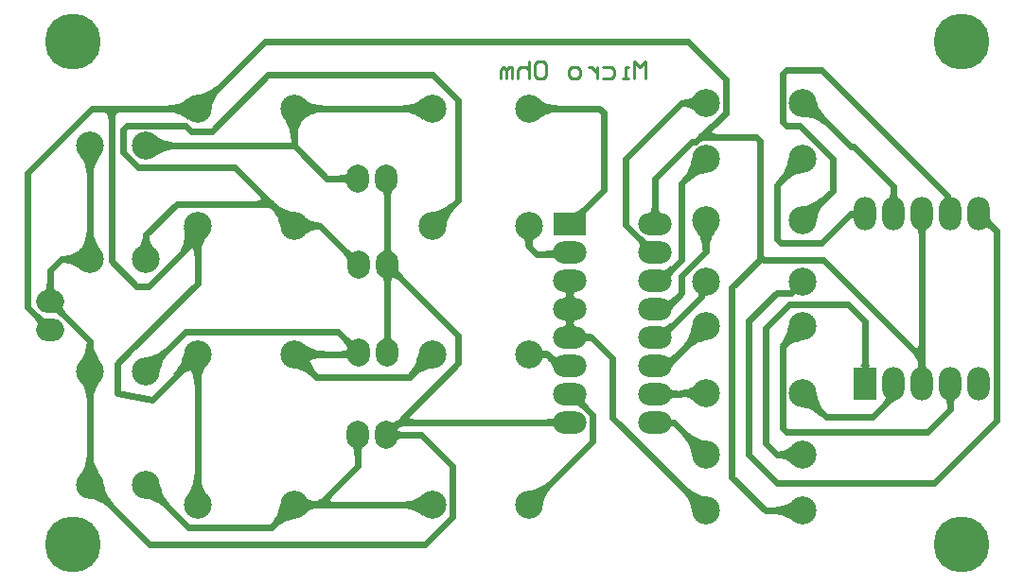
<source format=gbl>
G04*
G04 #@! TF.GenerationSoftware,Altium Limited,Altium Designer,20.1.11 (218)*
G04*
G04 Layer_Physical_Order=2*
G04 Layer_Color=16711680*
%FSLAX44Y44*%
%MOMM*%
G71*
G04*
G04 #@! TF.SameCoordinates,CC4AD4C8-BAAF-44E6-B8BA-EC32C9A33080*
G04*
G04*
G04 #@! TF.FilePolarity,Positive*
G04*
G01*
G75*
%ADD10C,0.6000*%
%ADD11C,0.2540*%
%ADD12C,2.5000*%
%ADD13O,2.0000X2.5000*%
%ADD14O,2.5000X2.0000*%
%ADD15O,2.0000X3.0000*%
%ADD16R,2.0000X3.0000*%
%ADD17O,3.0000X2.0000*%
%ADD18R,3.0000X2.0000*%
%ADD19C,5.0000*%
G36*
X188128Y457066D02*
X186659Y455501D01*
X185319Y453873D01*
X184108Y452183D01*
X183026Y450430D01*
X182073Y448615D01*
X181249Y446737D01*
X180553Y444796D01*
X179987Y442792D01*
X179550Y440726D01*
X179241Y438597D01*
X165417Y452421D01*
X167546Y452729D01*
X169612Y453167D01*
X171616Y453733D01*
X173557Y454429D01*
X175435Y455253D01*
X177250Y456206D01*
X179003Y457288D01*
X180693Y458499D01*
X182321Y459839D01*
X183886Y461308D01*
X188128Y457066D01*
D02*
G37*
G36*
X612026Y437233D02*
X611225Y438139D01*
X610335Y438949D01*
X609356Y439664D01*
X608287Y440284D01*
X607129Y440808D01*
X605882Y441237D01*
X604545Y441571D01*
X603120Y441809D01*
X601604Y441952D01*
X600000Y442000D01*
Y448000D01*
X601604Y448047D01*
X603120Y448190D01*
X604545Y448429D01*
X605882Y448763D01*
X607129Y449192D01*
X608287Y449716D01*
X609356Y450336D01*
X610335Y451051D01*
X611225Y451861D01*
X612026Y452767D01*
Y437233D01*
D02*
G37*
G36*
X99000Y437000D02*
X97860Y436940D01*
X96840Y436760D01*
X95940Y436460D01*
X95160Y436040D01*
X94500Y435500D01*
X93960Y434840D01*
X93540Y434060D01*
X93240Y433160D01*
X93060Y432140D01*
X93000Y431000D01*
X87000D01*
X86940Y432140D01*
X86760Y433160D01*
X86460Y434060D01*
X86040Y434840D01*
X85500Y435500D01*
X84840Y436040D01*
X84060Y436460D01*
X83160Y436760D01*
X82140Y436940D01*
X81000Y437000D01*
X90000Y443000D01*
X99000Y437000D01*
D02*
G37*
G36*
X472694Y448488D02*
X474465Y447336D01*
X476282Y446320D01*
X478146Y445439D01*
X480057Y444694D01*
X482015Y444084D01*
X484020Y443610D01*
X486071Y443271D01*
X488169Y443068D01*
X490315Y443000D01*
X490315Y437000D01*
X488170Y436932D01*
X486071Y436729D01*
X484020Y436390D01*
X482015Y435916D01*
X480057Y435306D01*
X478146Y434561D01*
X476282Y433680D01*
X474465Y432664D01*
X472695Y431512D01*
X470971Y430225D01*
X470971Y449775D01*
X472694Y448488D01*
D02*
G37*
G36*
X369029Y430225D02*
X367305Y431512D01*
X365535Y432664D01*
X363718Y433680D01*
X361854Y434561D01*
X359943Y435306D01*
X357985Y435916D01*
X355980Y436390D01*
X353929Y436729D01*
X351830Y436932D01*
X349685Y437000D01*
X349685Y443000D01*
X351831Y443068D01*
X353929Y443271D01*
X355980Y443610D01*
X357985Y444084D01*
X359943Y444694D01*
X361854Y445439D01*
X363718Y446320D01*
X365535Y447336D01*
X367306Y448488D01*
X369029Y449775D01*
X369029Y430225D01*
D02*
G37*
G36*
X159029D02*
X157305Y431512D01*
X155535Y432664D01*
X153718Y433680D01*
X151854Y434561D01*
X149943Y435306D01*
X147985Y435916D01*
X145980Y436390D01*
X143929Y436729D01*
X141831Y436932D01*
X139685Y437000D01*
X139685Y443000D01*
X141831Y443068D01*
X143929Y443271D01*
X145981Y443610D01*
X147985Y444084D01*
X149943Y444694D01*
X151854Y445439D01*
X153718Y446320D01*
X155535Y447336D01*
X157306Y448488D01*
X159029Y449775D01*
X159029Y430225D01*
D02*
G37*
G36*
X720814Y446117D02*
X721395Y444439D01*
X722108Y442758D01*
X722953Y441074D01*
X723930Y439388D01*
X725039Y437699D01*
X727652Y434311D01*
X729156Y432614D01*
X730792Y430913D01*
X727645Y425574D01*
X726210Y426884D01*
X724661Y428056D01*
X722997Y429091D01*
X721218Y429989D01*
X719326Y430750D01*
X717318Y431374D01*
X715196Y431861D01*
X712960Y432211D01*
X710609Y432424D01*
X708144Y432500D01*
X720364Y447791D01*
X720814Y446117D01*
D02*
G37*
G36*
X262694Y448488D02*
X264465Y447336D01*
X266282Y446320D01*
X268146Y445439D01*
X270057Y444694D01*
X272015Y444084D01*
X274020Y443610D01*
X276071Y443271D01*
X278169Y443068D01*
X280315Y443000D01*
X280315Y437000D01*
X278169Y436932D01*
X276071Y436729D01*
X274020Y436390D01*
X272015Y435916D01*
X270057Y435306D01*
X268146Y434561D01*
X266282Y433680D01*
X264465Y432664D01*
X262694Y431512D01*
X262107Y431073D01*
X261668Y430486D01*
X260516Y428715D01*
X259500Y426898D01*
X258619Y425034D01*
X257874Y423123D01*
X257264Y421165D01*
X256790Y419160D01*
X256451Y417109D01*
X256248Y415011D01*
X256180Y412865D01*
X250180Y412865D01*
X250112Y415010D01*
X249909Y417109D01*
X249570Y419160D01*
X249096Y421165D01*
X248486Y423123D01*
X247741Y425034D01*
X246860Y426898D01*
X245844Y428715D01*
X244692Y430486D01*
X243405Y432209D01*
X260971Y432209D01*
X260971Y449775D01*
X262694Y448488D01*
D02*
G37*
G36*
X628358Y421280D02*
X627786Y420592D01*
X627421Y419984D01*
X627266Y419458D01*
X627319Y419012D01*
X627580Y418648D01*
X628050Y418364D01*
X628729Y418162D01*
X629616Y418041D01*
X630712Y418000D01*
X624151Y412000D01*
X622973Y411965D01*
X621839Y411860D01*
X620747Y411685D01*
X619700Y411441D01*
X618696Y411126D01*
X617735Y410742D01*
X616819Y410287D01*
X615945Y409763D01*
X615115Y409168D01*
X614329Y408504D01*
X614962Y417214D01*
X629140Y422049D01*
X628358Y421280D01*
D02*
G37*
G36*
X130324Y415288D02*
X132095Y414136D01*
X133912Y413120D01*
X135776Y412239D01*
X137687Y411494D01*
X139645Y410884D01*
X141650Y410410D01*
X143701Y410071D01*
X145800Y409868D01*
X147945Y409800D01*
X147945Y403800D01*
X145799Y403732D01*
X143701Y403529D01*
X141650Y403190D01*
X139645Y402716D01*
X137687Y402106D01*
X135776Y401361D01*
X133912Y400480D01*
X132095Y399464D01*
X130324Y398312D01*
X128601Y397025D01*
X128601Y416575D01*
X130324Y415288D01*
D02*
G37*
G36*
X79298Y397286D02*
X78146Y395515D01*
X77130Y393698D01*
X76249Y391834D01*
X75504Y389923D01*
X74894Y387965D01*
X74420Y385961D01*
X74081Y383909D01*
X73878Y381811D01*
X73810Y379665D01*
X67810Y379665D01*
X67742Y381810D01*
X67539Y383909D01*
X67200Y385960D01*
X66726Y387965D01*
X66116Y389923D01*
X65371Y391834D01*
X64490Y393698D01*
X63474Y395515D01*
X62322Y397285D01*
X61035Y399009D01*
X80585Y399009D01*
X79298Y397286D01*
D02*
G37*
G36*
X709583Y382579D02*
X707454Y382270D01*
X705388Y381833D01*
X703384Y381267D01*
X701443Y380571D01*
X699565Y379747D01*
X697749Y378794D01*
X695997Y377712D01*
X694306Y376501D01*
X692679Y375160D01*
X691114Y373691D01*
X686871Y377934D01*
X688341Y379499D01*
X689681Y381127D01*
X690892Y382817D01*
X691974Y384570D01*
X692927Y386385D01*
X693751Y388263D01*
X694447Y390204D01*
X695013Y392208D01*
X695451Y394274D01*
X695759Y396403D01*
X709583Y382579D01*
D02*
G37*
G36*
X623223D02*
X621094Y382270D01*
X619028Y381833D01*
X617024Y381267D01*
X615083Y380571D01*
X613205Y379747D01*
X611389Y378794D01*
X609637Y377712D01*
X607946Y376501D01*
X606319Y375160D01*
X604754Y373691D01*
X600512Y377934D01*
X601981Y379499D01*
X603321Y381127D01*
X604532Y382817D01*
X605614Y384570D01*
X606567Y386385D01*
X607391Y388263D01*
X608087Y390204D01*
X608653Y392208D01*
X609090Y394274D01*
X609399Y396403D01*
X623223Y382579D01*
D02*
G37*
G36*
X300883Y371599D02*
X300816Y372167D01*
X300617Y372676D01*
X300285Y373124D01*
X299820Y373513D01*
X299223Y373842D01*
X298492Y374111D01*
X297629Y374321D01*
X296632Y374470D01*
X295503Y374560D01*
X294242Y374590D01*
X294242Y380590D01*
X295503Y380620D01*
X296632Y380709D01*
X297628Y380859D01*
X298492Y381068D01*
X299222Y381338D01*
X299820Y381667D01*
X300285Y382055D01*
X300617Y382504D01*
X300816Y383013D01*
X300883Y383581D01*
X300883Y371599D01*
D02*
G37*
G36*
X342291Y368085D02*
X341785Y367773D01*
X341338Y367316D01*
X340951Y366715D01*
X340624Y365969D01*
X340356Y365078D01*
X340148Y364042D01*
X339999Y362862D01*
X339910Y361537D01*
X339880Y360068D01*
X333880Y359243D01*
X333850Y360677D01*
X333611Y363063D01*
X333402Y364015D01*
X333133Y364805D01*
X332805Y365434D01*
X332417Y365902D01*
X331969Y366210D01*
X331461Y366356D01*
X330894Y366341D01*
X342856Y368252D01*
X342291Y368085D01*
D02*
G37*
G36*
X792630Y365272D02*
X792868Y362853D01*
X793077Y361870D01*
X793345Y361039D01*
X793673Y360359D01*
X794061Y359830D01*
X794508Y359452D01*
X795014Y359225D01*
X795581Y359149D01*
X783619D01*
X784186Y359225D01*
X784692Y359452D01*
X785139Y359830D01*
X785527Y360359D01*
X785855Y361039D01*
X786123Y361870D01*
X786332Y362853D01*
X786481Y363987D01*
X786570Y365272D01*
X786600Y366708D01*
X792600D01*
X792630Y365272D01*
D02*
G37*
G36*
X517656Y350406D02*
X514965Y347351D01*
X514866Y347139D01*
X514868Y347012D01*
X514969Y346970D01*
X501484Y346939D01*
X502329Y346984D01*
X503175Y347113D01*
X504021Y347328D01*
X504868Y347627D01*
X505716Y348012D01*
X506565Y348482D01*
X507415Y349037D01*
X508266Y349677D01*
X509117Y350402D01*
X509969Y351212D01*
X518455D01*
X517656Y350406D01*
D02*
G37*
G36*
X579230Y351853D02*
X579320Y350811D01*
X579470Y349892D01*
X579679Y349095D01*
X579949Y348421D01*
X580279Y347870D01*
X580668Y347441D01*
X581118Y347134D01*
X581628Y346950D01*
X582197Y346889D01*
X570203Y346889D01*
X570772Y346950D01*
X571282Y347134D01*
X571731Y347441D01*
X572121Y347870D01*
X572451Y348421D01*
X572720Y349095D01*
X572930Y349892D01*
X573080Y350811D01*
X573170Y351853D01*
X573200Y353018D01*
X579200D01*
X579230Y351853D01*
D02*
G37*
G36*
X754213Y341348D02*
X754173Y341522D01*
X754055Y341678D01*
X753857Y341816D01*
X753581Y341935D01*
X753226Y342036D01*
X752792Y342118D01*
X752278Y342183D01*
X751015Y342256D01*
X750265Y342265D01*
Y348265D01*
X751015Y348274D01*
X752792Y348412D01*
X753226Y348494D01*
X753581Y348595D01*
X753857Y348714D01*
X754055Y348852D01*
X754173Y349008D01*
X754213Y349182D01*
Y341348D01*
D02*
G37*
G36*
X729488Y357066D02*
X728019Y355501D01*
X726679Y353873D01*
X725468Y352183D01*
X724386Y350430D01*
X723433Y348615D01*
X722609Y346737D01*
X721913Y344796D01*
X721347Y342792D01*
X720910Y340726D01*
X720601Y338597D01*
X706777Y352421D01*
X708906Y352729D01*
X710972Y353167D01*
X712976Y353733D01*
X714917Y354428D01*
X716795Y355253D01*
X718611Y356206D01*
X720363Y357288D01*
X722054Y358499D01*
X723681Y359839D01*
X725246Y361308D01*
X729488Y357066D01*
D02*
G37*
G36*
X398128Y352066D02*
X396659Y350501D01*
X395319Y348874D01*
X394108Y347184D01*
X393026Y345431D01*
X392073Y343615D01*
X391249Y341737D01*
X390553Y339796D01*
X389987Y337792D01*
X389549Y335726D01*
X389241Y333597D01*
X375417Y347421D01*
X377546Y347729D01*
X379612Y348167D01*
X381616Y348733D01*
X383556Y349429D01*
X385435Y350253D01*
X387250Y351206D01*
X389003Y352288D01*
X390693Y353499D01*
X392321Y354840D01*
X393885Y356309D01*
X398128Y352066D01*
D02*
G37*
G36*
X235464Y356959D02*
X235575Y355769D01*
X236114Y356309D01*
X237679Y354840D01*
X239307Y353499D01*
X240997Y352288D01*
X242750Y351206D01*
X244565Y350253D01*
X246443Y349429D01*
X248384Y348733D01*
X250388Y348167D01*
X252454Y347729D01*
X254583Y347421D01*
X240759Y333597D01*
X240450Y335726D01*
X240013Y337792D01*
X239447Y339796D01*
X238751Y341737D01*
X237927Y343615D01*
X236974Y345431D01*
X235892Y347183D01*
X234681Y348874D01*
X234349Y349276D01*
X233638Y349759D01*
X232667Y350311D01*
X231660Y350777D01*
X230618Y351159D01*
X229541Y351456D01*
X228429Y351668D01*
X227282Y351796D01*
X226099Y351838D01*
X220100Y357838D01*
X221197Y357880D01*
X222090Y358008D01*
X222778Y358220D01*
X223261Y358517D01*
X223539Y358899D01*
X223612Y359365D01*
X223481Y359917D01*
X223144Y360553D01*
X222603Y361274D01*
X221857Y362081D01*
X235464Y356959D01*
D02*
G37*
G36*
X875610Y344045D02*
X875565Y343374D01*
X875653Y342654D01*
X875874Y341885D01*
X876228Y341068D01*
X876715Y340202D01*
X877334Y339287D01*
X878087Y338324D01*
X878972Y337312D01*
X879991Y336252D01*
X877468Y330290D01*
X876437Y331278D01*
X874623Y332753D01*
X873841Y333240D01*
X873141Y333559D01*
X872523Y333711D01*
X871989Y333696D01*
X871537Y333513D01*
X871168Y333163D01*
X870881Y332646D01*
X875787Y344668D01*
X875610Y344045D01*
D02*
G37*
G36*
X263064Y342941D02*
X264417Y341904D01*
X265807Y340989D01*
X267235Y340196D01*
X268701Y339525D01*
X270205Y338976D01*
X271746Y338549D01*
X273326Y338244D01*
X274944Y338061D01*
X276599Y338000D01*
Y332000D01*
X274944Y331939D01*
X273326Y331756D01*
X271746Y331451D01*
X270205Y331024D01*
X268701Y330475D01*
X267235Y329804D01*
X265807Y329011D01*
X264417Y328096D01*
X263064Y327060D01*
X261750Y325901D01*
X261750Y344100D01*
X263064Y342941D01*
D02*
G37*
G36*
X820414Y333175D02*
X819908Y332948D01*
X819461Y332570D01*
X819073Y332041D01*
X818745Y331361D01*
X818477Y330530D01*
X818268Y329547D01*
X818119Y328413D01*
X818030Y327128D01*
X818000Y325692D01*
X812000D01*
X811970Y327128D01*
X811732Y329547D01*
X811523Y330530D01*
X811255Y331361D01*
X810927Y332041D01*
X810539Y332570D01*
X810092Y332948D01*
X809586Y333175D01*
X809019Y333251D01*
X820981D01*
X820414Y333175D01*
D02*
G37*
G36*
X467584Y323237D02*
X467289Y322939D01*
X467029Y322538D01*
X466804Y322033D01*
X466613Y321423D01*
X466457Y320710D01*
X466336Y319894D01*
X466249Y318973D01*
X466180Y316820D01*
X460180D01*
X460163Y317948D01*
X460024Y319894D01*
X459903Y320710D01*
X459747Y321423D01*
X459556Y322033D01*
X459331Y322538D01*
X459071Y322939D01*
X458776Y323237D01*
X458447Y323431D01*
X467913D01*
X467584Y323237D01*
D02*
G37*
G36*
X565919Y324588D02*
X567901Y322943D01*
X568809Y322330D01*
X569661Y321857D01*
X570458Y321524D01*
X571199Y321330D01*
X571885Y321276D01*
X572516Y321362D01*
X573090Y321587D01*
X562097Y315654D01*
X562565Y315989D01*
X562872Y316401D01*
X563017Y316890D01*
X563001Y317457D01*
X562822Y318101D01*
X562482Y318822D01*
X561980Y319620D01*
X561317Y320495D01*
X560491Y321447D01*
X559504Y322476D01*
X564845Y325620D01*
X565919Y324588D01*
D02*
G37*
G36*
X123858Y325451D02*
X124002Y323932D01*
X124242Y322501D01*
X124578Y321160D01*
X125010Y319907D01*
X125537Y318742D01*
X126161Y317666D01*
X126881Y316678D01*
X127697Y315779D01*
X128608Y314969D01*
X113012Y314969D01*
X113923Y315779D01*
X114739Y316678D01*
X115459Y317666D01*
X116083Y318742D01*
X116610Y319907D01*
X117042Y321160D01*
X117378Y322501D01*
X117618Y323932D01*
X117762Y325451D01*
X117810Y327058D01*
X123810D01*
X123858Y325451D01*
D02*
G37*
G36*
X73810Y332335D02*
X73878Y330189D01*
X74081Y328091D01*
X74420Y326040D01*
X74894Y324035D01*
X75504Y322077D01*
X76249Y320166D01*
X77130Y318302D01*
X78146Y316485D01*
X79298Y314714D01*
X80585Y312991D01*
X63097Y312991D01*
X63196Y295286D01*
X61428Y296573D01*
X59650Y297723D01*
X57862Y298739D01*
X56063Y299619D01*
X54254Y300364D01*
X52435Y300973D01*
X50606Y301447D01*
X48766Y301785D01*
X46916Y301988D01*
X45056Y302056D01*
Y308056D01*
X46885Y308126D01*
X48708Y308335D01*
X50525Y308683D01*
X52337Y309171D01*
X54143Y309799D01*
X55943Y310566D01*
X57737Y311472D01*
X59526Y312518D01*
X61309Y313703D01*
X61891Y314137D01*
X62322Y314715D01*
X63474Y316485D01*
X64490Y318302D01*
X65371Y320166D01*
X66116Y322077D01*
X66726Y324035D01*
X67200Y326040D01*
X67539Y328091D01*
X67742Y330190D01*
X67810Y332335D01*
X73810Y332335D01*
D02*
G37*
G36*
X631595Y332209D02*
X630308Y330485D01*
X629156Y328715D01*
X628140Y326898D01*
X627259Y325034D01*
X626514Y323123D01*
X625904Y321165D01*
X625430Y319160D01*
X625091Y317109D01*
X624888Y315010D01*
X624820Y312865D01*
X618820Y312865D01*
X618752Y315011D01*
X618549Y317109D01*
X618210Y319160D01*
X617736Y321165D01*
X617126Y323123D01*
X616381Y325034D01*
X615500Y326898D01*
X614484Y328715D01*
X613332Y330485D01*
X612045Y332209D01*
X631595Y332209D01*
D02*
G37*
G36*
X339910Y316692D02*
X340148Y314273D01*
X340357Y313291D01*
X340625Y312459D01*
X340953Y311779D01*
X341340Y311250D01*
X341788Y310872D01*
X342294Y310645D01*
X342861Y310569D01*
X330899D01*
X331466Y310645D01*
X331972Y310872D01*
X332420Y311250D01*
X332807Y311779D01*
X333135Y312459D01*
X333403Y313291D01*
X333612Y314273D01*
X333761Y315407D01*
X333850Y316692D01*
X333880Y318128D01*
X339880D01*
X339910Y316692D01*
D02*
G37*
G36*
X165036Y327209D02*
X176595Y327209D01*
X175308Y325486D01*
X174156Y323715D01*
X173140Y321898D01*
X172259Y320034D01*
X171514Y318123D01*
X170904Y316165D01*
X170430Y314160D01*
X170091Y312109D01*
X169888Y310011D01*
X169820Y307865D01*
X163820Y307865D01*
X163752Y310011D01*
X163549Y312109D01*
X163210Y314160D01*
X162770Y316024D01*
X158790Y312264D01*
X156427Y309918D01*
X151038Y313015D01*
X152115Y314257D01*
X153030Y315666D01*
X153782Y317243D01*
X154371Y318986D01*
X154797Y320897D01*
X155061Y322975D01*
X155161Y325220D01*
X155100Y327632D01*
X154875Y330212D01*
X154488Y332958D01*
X165036Y327209D01*
D02*
G37*
G36*
X488565Y304024D02*
X488369Y304589D01*
X488030Y305095D01*
X487547Y305542D01*
X486922Y305928D01*
X486152Y306256D01*
X485239Y306524D01*
X484183Y306732D01*
X482984Y306881D01*
X481641Y306970D01*
X480154Y307000D01*
X479120Y313000D01*
X480553Y313030D01*
X482928Y313269D01*
X483869Y313478D01*
X484646Y313746D01*
X485260Y314075D01*
X485709Y314463D01*
X485995Y314911D01*
X486116Y315418D01*
X486074Y315986D01*
X488565Y304024D01*
D02*
G37*
G36*
X302140Y313744D02*
X303978Y312245D01*
X304786Y311732D01*
X305520Y311377D01*
X306181Y311181D01*
X306768Y311143D01*
X307282Y311263D01*
X307721Y311541D01*
X308087Y311977D01*
X301493Y301652D01*
X301750Y302195D01*
X301865Y302796D01*
X301839Y303454D01*
X301670Y304171D01*
X301359Y304945D01*
X300906Y305777D01*
X300311Y306666D01*
X299575Y307614D01*
X298696Y308619D01*
X297675Y309682D01*
X301111Y314732D01*
X302140Y313744D01*
D02*
G37*
G36*
X594287Y295045D02*
X593293Y294008D01*
X591751Y292129D01*
X591203Y291287D01*
X590805Y290509D01*
X590556Y289796D01*
X590456Y289148D01*
X590505Y288565D01*
X590703Y288046D01*
X591050Y287592D01*
X582592Y296050D01*
X583046Y295703D01*
X583564Y295505D01*
X584148Y295456D01*
X584796Y295556D01*
X585509Y295806D01*
X586286Y296204D01*
X587129Y296751D01*
X588036Y297447D01*
X589008Y298293D01*
X590044Y299287D01*
X594287Y295045D01*
D02*
G37*
G36*
X346610Y298044D02*
X346495Y297443D01*
X346521Y296785D01*
X346690Y296068D01*
X347001Y295294D01*
X347454Y294462D01*
X348049Y293573D01*
X348785Y292625D01*
X349664Y291620D01*
X350685Y290557D01*
X347249Y285508D01*
X346219Y286495D01*
X344382Y287995D01*
X343574Y288508D01*
X342839Y288862D01*
X342178Y289059D01*
X341591Y289097D01*
X341419Y289057D01*
X341340Y288990D01*
X340953Y288461D01*
X340625Y287781D01*
X340357Y286950D01*
X340148Y285967D01*
X339999Y284833D01*
X339910Y283548D01*
X339880Y282112D01*
X333880D01*
X333850Y283548D01*
X333612Y285967D01*
X333403Y286950D01*
X333135Y287781D01*
X332807Y288461D01*
X332420Y288990D01*
X331972Y289368D01*
X331466Y289595D01*
X330899Y289671D01*
X341171D01*
X346867Y298587D01*
X346610Y298044D01*
D02*
G37*
G36*
X38000Y283668D02*
X38030Y282407D01*
X38120Y281278D01*
X38269Y280281D01*
X38479Y279418D01*
X38748Y278687D01*
X39077Y278090D01*
X39466Y277625D01*
X39915Y277293D01*
X40423Y277094D01*
X40991Y277027D01*
X29009Y277027D01*
X29577Y277094D01*
X30086Y277293D01*
X30535Y277625D01*
X30923Y278090D01*
X31252Y278688D01*
X31522Y279418D01*
X31731Y280282D01*
X31881Y281278D01*
X31970Y282407D01*
X32000Y283668D01*
X38000Y283668D01*
D02*
G37*
G36*
X503013Y276311D02*
X505997D01*
X505428Y276250D01*
X504918Y276066D01*
X504468Y275760D01*
X504079Y275331D01*
X503749Y274779D01*
X503479Y274105D01*
X503320Y273500D01*
X503479Y272895D01*
X503749Y272221D01*
X504079Y271670D01*
X504468Y271241D01*
X504918Y270934D01*
X505428Y270750D01*
X505997Y270689D01*
X503013D01*
X503000Y270182D01*
X497000D01*
X496987Y270689D01*
X494003D01*
X494572Y270750D01*
X495082Y270934D01*
X495532Y271241D01*
X495921Y271670D01*
X496251Y272221D01*
X496521Y272895D01*
X496680Y273500D01*
X496521Y274105D01*
X496251Y274779D01*
X495921Y275331D01*
X495532Y275760D01*
X495082Y276066D01*
X494572Y276250D01*
X494003Y276311D01*
X496987D01*
X497000Y276818D01*
X503000D01*
X503013Y276311D01*
D02*
G37*
G36*
X595355Y266112D02*
X594757Y265472D01*
X594183Y264770D01*
X593632Y264008D01*
X593106Y263184D01*
X592126Y261355D01*
X591673Y260349D01*
X590837Y258155D01*
X590455Y256966D01*
X586020Y269493D01*
X586286Y268955D01*
X586641Y268591D01*
X587085Y268400D01*
X587618Y268383D01*
X588240Y268540D01*
X588951Y268871D01*
X589752Y269375D01*
X590641Y270053D01*
X591620Y270905D01*
X592687Y271930D01*
X595355Y266112D01*
D02*
G37*
G36*
X46421Y263942D02*
X46143Y263502D01*
X46023Y262989D01*
X46061Y262402D01*
X46258Y261741D01*
X46612Y261006D01*
X47125Y260198D01*
X47796Y259316D01*
X48625Y258361D01*
X49612Y257331D01*
X44563Y253895D01*
X43500Y254916D01*
X41547Y256532D01*
X40658Y257126D01*
X39826Y257579D01*
X39051Y257890D01*
X38335Y258059D01*
X37677Y258085D01*
X37076Y257970D01*
X36533Y257713D01*
X46857Y264308D01*
X46421Y263942D01*
D02*
G37*
G36*
X26501Y255084D02*
X28454Y253469D01*
X29343Y252874D01*
X30175Y252421D01*
X30949Y252110D01*
X31666Y251941D01*
X32324Y251915D01*
X32925Y252030D01*
X33468Y252287D01*
X23143Y245693D01*
X23579Y246059D01*
X23857Y246498D01*
X23977Y247012D01*
X23939Y247599D01*
X23743Y248260D01*
X23388Y248994D01*
X22875Y249802D01*
X22205Y250684D01*
X21376Y251640D01*
X20389Y252669D01*
X25438Y256105D01*
X26501Y255084D01*
D02*
G37*
G36*
X503013Y250911D02*
X505997D01*
X505428Y250850D01*
X504918Y250666D01*
X504468Y250359D01*
X504079Y249930D01*
X503749Y249379D01*
X503479Y248705D01*
X503320Y248100D01*
X503479Y247495D01*
X503749Y246821D01*
X504079Y246270D01*
X504468Y245841D01*
X504918Y245534D01*
X505428Y245350D01*
X505997Y245289D01*
X503013D01*
X503000Y244782D01*
X497000D01*
X496987Y245289D01*
X494003D01*
X494572Y245350D01*
X495082Y245534D01*
X495532Y245841D01*
X495921Y246270D01*
X496251Y246821D01*
X496521Y247495D01*
X496680Y248100D01*
X496521Y248705D01*
X496251Y249379D01*
X495921Y249930D01*
X495532Y250359D01*
X495082Y250666D01*
X494572Y250850D01*
X494003Y250911D01*
X496987D01*
X497000Y251418D01*
X503000D01*
X503013Y250911D01*
D02*
G37*
G36*
X594166Y244470D02*
X593176Y243438D01*
X591646Y241571D01*
X591106Y240736D01*
X590716Y239967D01*
X590477Y239263D01*
X590387Y238626D01*
X590448Y238054D01*
X590658Y237548D01*
X591019Y237108D01*
X582276Y245281D01*
X582744Y244948D01*
X583275Y244762D01*
X583870Y244725D01*
X584529Y244836D01*
X585251Y245094D01*
X586037Y245501D01*
X586887Y246056D01*
X587801Y246758D01*
X588778Y247609D01*
X589819Y248608D01*
X594166Y244470D01*
D02*
G37*
G36*
X339910Y237952D02*
X340148Y235533D01*
X340357Y234550D01*
X340625Y233719D01*
X340953Y233039D01*
X341340Y232510D01*
X341788Y232132D01*
X342294Y231905D01*
X342861Y231829D01*
X330899D01*
X331466Y231905D01*
X331972Y232132D01*
X332420Y232510D01*
X332807Y233039D01*
X333135Y233719D01*
X333403Y234550D01*
X333612Y235533D01*
X333761Y236667D01*
X333850Y237952D01*
X333880Y239388D01*
X339880D01*
X339910Y237952D01*
D02*
G37*
G36*
X513875Y239655D02*
X514049Y239364D01*
X514342Y239106D01*
X514754Y238883D01*
X515286Y238694D01*
X515937Y238540D01*
X516708Y238420D01*
X517597Y238334D01*
X519735Y238265D01*
Y232265D01*
X518588Y232248D01*
X516656Y232111D01*
X515870Y231991D01*
X515204Y231836D01*
X514659Y231647D01*
X514233Y231424D01*
X513927Y231167D01*
X513742Y230875D01*
X513676Y230549D01*
X513821Y239981D01*
X513875Y239655D01*
D02*
G37*
G36*
X818000Y216240D02*
X818000Y216240D01*
X818000Y216240D01*
X816400Y214308D01*
X818000D01*
X818030Y212872D01*
X818268Y210453D01*
X818477Y209471D01*
X818745Y208639D01*
X819073Y207959D01*
X819461Y207430D01*
X819908Y207052D01*
X820414Y206825D01*
X820981Y206749D01*
X809019D01*
X809586Y206825D01*
X810092Y207052D01*
X810539Y207430D01*
X810927Y207959D01*
X811255Y208639D01*
X811523Y209471D01*
X811732Y210453D01*
X811838Y211260D01*
X811831Y211327D01*
X811618Y212439D01*
X811321Y213516D01*
X810939Y214558D01*
X810473Y215564D01*
X809921Y216536D01*
X809285Y217472D01*
X808564Y218374D01*
X807757Y219240D01*
Y219240D01*
Y227725D01*
X808564Y226979D01*
X809285Y226438D01*
X809921Y226101D01*
X810473Y225970D01*
X810939Y226043D01*
X811321Y226321D01*
X811618Y226804D01*
X811831Y227492D01*
X811958Y228385D01*
X812000Y229482D01*
X818000Y216240D01*
D02*
G37*
G36*
X709740Y232598D02*
X707563Y232267D01*
X705478Y231834D01*
X703485Y231299D01*
X701584Y230662D01*
X699776Y229924D01*
X698061Y229083D01*
X696437Y228140D01*
X694906Y227095D01*
X693468Y225948D01*
X692121Y224699D01*
X687879Y228941D01*
X689128Y230287D01*
X690275Y231726D01*
X691320Y233257D01*
X692263Y234880D01*
X693104Y236596D01*
X693843Y238404D01*
X694479Y240305D01*
X695014Y242297D01*
X695447Y244383D01*
X695778Y246560D01*
X709740Y232598D01*
D02*
G37*
G36*
X623223Y232579D02*
X621094Y232271D01*
X619028Y231833D01*
X617024Y231267D01*
X615083Y230571D01*
X613205Y229747D01*
X611390Y228794D01*
X609637Y227712D01*
X607947Y226501D01*
X606319Y225161D01*
X604754Y223692D01*
X600512Y227934D01*
X601981Y229499D01*
X603321Y231126D01*
X604532Y232817D01*
X605614Y234569D01*
X606567Y236385D01*
X607391Y238263D01*
X608087Y240204D01*
X608653Y242208D01*
X609090Y244274D01*
X609399Y246403D01*
X623223Y232579D01*
D02*
G37*
G36*
X595446Y214384D02*
X594751Y213656D01*
X593491Y212138D01*
X592926Y211347D01*
X591928Y209704D01*
X591494Y208851D01*
X590758Y207082D01*
X590455Y206166D01*
X586685Y218338D01*
X586930Y217779D01*
X587264Y217393D01*
X587687Y217182D01*
X588199Y217145D01*
X588801Y217281D01*
X589492Y217591D01*
X590272Y218075D01*
X591141Y218733D01*
X592099Y219564D01*
X593147Y220570D01*
X595446Y214384D01*
D02*
G37*
G36*
X475232Y223485D02*
X475402Y223383D01*
X475663Y223293D01*
X476013Y223216D01*
X476453Y223150D01*
X477602Y223053D01*
X480000Y223000D01*
Y217000D01*
X479111Y216994D01*
X476013Y216784D01*
X475662Y216706D01*
X475402Y216616D01*
X475231Y216514D01*
X475150Y216400D01*
X475151Y223599D01*
X475232Y223485D01*
D02*
G37*
G36*
X302140Y235004D02*
X303978Y233505D01*
X304786Y232992D01*
X305520Y232637D01*
X306181Y232441D01*
X306768Y232403D01*
X307282Y232523D01*
X307721Y232801D01*
X308087Y233237D01*
X301947Y223623D01*
X302811Y214014D01*
X302691Y214582D01*
X302439Y215089D01*
X302054Y215537D01*
X301536Y215925D01*
X300886Y216254D01*
X300103Y216522D01*
X299188Y216731D01*
X298140Y216881D01*
X296960Y216970D01*
X295647Y217000D01*
X295462Y223000D01*
X296702Y223030D01*
X297806Y223120D01*
X298774Y223269D01*
X299605Y223479D01*
X300301Y223748D01*
X300860Y224077D01*
X301283Y224466D01*
X301569Y224914D01*
X301693Y225332D01*
X301670Y225431D01*
X301359Y226205D01*
X300906Y227037D01*
X300311Y227926D01*
X299575Y228874D01*
X298696Y229879D01*
X297675Y230942D01*
X301111Y235991D01*
X302140Y235004D01*
D02*
G37*
G36*
X73878Y229778D02*
X74082Y227707D01*
X74422Y225677D01*
X74899Y223689D01*
X75511Y221742D01*
X76259Y219836D01*
X77144Y217971D01*
X78164Y216148D01*
X79321Y214366D01*
X80614Y212625D01*
X61006Y212625D01*
X62299Y214366D01*
X63456Y216148D01*
X64476Y217971D01*
X65361Y219836D01*
X66109Y221742D01*
X66722Y223689D01*
X67198Y225677D01*
X67538Y227707D01*
X67742Y229778D01*
X67810Y231890D01*
X73810D01*
X73878Y229778D01*
D02*
G37*
G36*
X767230Y213624D02*
X767320Y212598D01*
X767470Y211694D01*
X767680Y210910D01*
X767950Y210247D01*
X768280Y209704D01*
X768670Y209282D01*
X769120Y208980D01*
X769630Y208799D01*
X770200Y208739D01*
X758200D01*
X758770Y208799D01*
X759280Y208980D01*
X759730Y209282D01*
X760120Y209704D01*
X760450Y210247D01*
X760720Y210910D01*
X760930Y211694D01*
X761080Y212598D01*
X761170Y213624D01*
X761200Y214769D01*
X767200D01*
X767230Y213624D01*
D02*
G37*
G36*
X484391Y219893D02*
X486243Y218379D01*
X487035Y217883D01*
X487739Y217561D01*
X488353Y217412D01*
X488878Y217437D01*
X489314Y217635D01*
X489660Y218008D01*
X489918Y218554D01*
X485745Y206166D01*
X485394Y207248D01*
X484597Y209275D01*
X484151Y210221D01*
X483164Y211977D01*
X482623Y212788D01*
X482050Y213553D01*
X481445Y214273D01*
X480809Y214948D01*
X483332Y220910D01*
X484391Y219893D01*
D02*
G37*
G36*
X142119Y221936D02*
X140649Y220371D01*
X139309Y218743D01*
X138098Y217053D01*
X137016Y215300D01*
X136063Y213485D01*
X135239Y211607D01*
X134543Y209666D01*
X133977Y207662D01*
X133539Y205596D01*
X133231Y203467D01*
X119407Y217291D01*
X121536Y217600D01*
X123602Y218037D01*
X125606Y218603D01*
X127547Y219299D01*
X129425Y220123D01*
X131241Y221076D01*
X132993Y222158D01*
X134684Y223369D01*
X136311Y224709D01*
X137876Y226178D01*
X142119Y221936D01*
D02*
G37*
G36*
X262694Y228488D02*
X264465Y227336D01*
X266282Y226320D01*
X268146Y225439D01*
X270057Y224694D01*
X272015Y224084D01*
X274020Y223610D01*
X276071Y223271D01*
X278169Y223068D01*
X280315Y223000D01*
X280315Y217000D01*
X278169Y216932D01*
X276071Y216729D01*
X274020Y216390D01*
X272015Y215916D01*
X270057Y215306D01*
X268146Y214561D01*
X267289Y214156D01*
X267609Y213263D01*
X268433Y211385D01*
X269386Y209570D01*
X270468Y207817D01*
X271679Y206127D01*
X273020Y204499D01*
X274489Y202934D01*
X270246Y198692D01*
X268681Y200161D01*
X267054Y201501D01*
X265363Y202712D01*
X263611Y203794D01*
X261795Y204747D01*
X259917Y205571D01*
X257976Y206267D01*
X255972Y206833D01*
X253906Y207271D01*
X251777Y207579D01*
X260971Y216773D01*
X260971Y229775D01*
X262694Y228488D01*
D02*
G37*
G36*
X378223Y207579D02*
X376094Y207271D01*
X374028Y206833D01*
X372024Y206267D01*
X370084Y205571D01*
X368205Y204747D01*
X366390Y203794D01*
X364637Y202712D01*
X362947Y201500D01*
X361319Y200160D01*
X359755Y198691D01*
X355512Y202934D01*
X356981Y204499D01*
X358321Y206126D01*
X359532Y207816D01*
X360614Y209569D01*
X361567Y211385D01*
X362392Y213263D01*
X363087Y215204D01*
X363653Y217208D01*
X364090Y219274D01*
X364399Y221403D01*
X378223Y207579D01*
D02*
G37*
G36*
X163593Y212209D02*
X176595Y212209D01*
X175308Y210486D01*
X174156Y208715D01*
X173140Y206898D01*
X172259Y205034D01*
X171514Y203123D01*
X170904Y201165D01*
X170430Y199160D01*
X170091Y197109D01*
X169888Y195011D01*
X169820Y192865D01*
X163820Y192865D01*
X163752Y195011D01*
X163549Y197109D01*
X163210Y199160D01*
X162736Y201165D01*
X162126Y203123D01*
X161381Y205034D01*
X160976Y205891D01*
X160083Y205571D01*
X158205Y204747D01*
X156390Y203794D01*
X154637Y202712D01*
X152947Y201501D01*
X151319Y200161D01*
X149754Y198692D01*
X145512Y202934D01*
X146981Y204499D01*
X148321Y206126D01*
X149532Y207817D01*
X150614Y209569D01*
X151567Y211385D01*
X152391Y213263D01*
X153087Y215204D01*
X153653Y217208D01*
X154090Y219274D01*
X154399Y221403D01*
X163593Y212209D01*
D02*
G37*
G36*
X589225Y190014D02*
X589451Y189508D01*
X589829Y189061D01*
X590359Y188673D01*
X591039Y188345D01*
X591870Y188077D01*
X592853Y187868D01*
X593987Y187719D01*
X595272Y187630D01*
X596708Y187600D01*
Y181600D01*
X595272Y181570D01*
X592853Y181332D01*
X591870Y181123D01*
X591039Y180855D01*
X590359Y180527D01*
X589829Y180140D01*
X589451Y179692D01*
X589225Y179186D01*
X589149Y178619D01*
Y190581D01*
X589225Y190014D01*
D02*
G37*
G36*
X79298Y195356D02*
X78146Y193585D01*
X77130Y191768D01*
X76249Y189904D01*
X75504Y187993D01*
X74894Y186035D01*
X74420Y184030D01*
X74081Y181979D01*
X73878Y179881D01*
X73810Y177735D01*
X67810Y177735D01*
X67742Y179881D01*
X67539Y181979D01*
X67200Y184030D01*
X66726Y186035D01*
X66116Y187993D01*
X65371Y189904D01*
X64490Y191768D01*
X63474Y193585D01*
X62322Y195355D01*
X61035Y197079D01*
X80585Y197079D01*
X79298Y195356D01*
D02*
G37*
G36*
X612688Y176465D02*
X611620Y177516D01*
X610488Y178457D01*
X609290Y179288D01*
X608027Y180007D01*
X606699Y180616D01*
X605305Y181114D01*
X603846Y181502D01*
X602322Y181779D01*
X600732Y181945D01*
X599078Y182000D01*
Y188000D01*
X600732Y188055D01*
X602322Y188221D01*
X603846Y188498D01*
X605305Y188885D01*
X606698Y189384D01*
X608027Y189993D01*
X609290Y190712D01*
X610488Y191542D01*
X611620Y192483D01*
X612687Y193535D01*
X612688Y176465D01*
D02*
G37*
G36*
X793434Y179545D02*
X792622Y179272D01*
X791816Y178950D01*
X791018Y178577D01*
X790226Y178154D01*
X788661Y177158D01*
X787889Y176585D01*
X786365Y175288D01*
X785613Y174565D01*
X779242Y176679D01*
X780245Y177724D01*
X781728Y179546D01*
X782208Y180322D01*
X782513Y181009D01*
X782644Y181606D01*
X782600Y182113D01*
X782382Y182531D01*
X781989Y182859D01*
X781422Y183097D01*
X793434Y179545D01*
D02*
G37*
G36*
X845814Y180775D02*
X845308Y180548D01*
X844861Y180170D01*
X844473Y179641D01*
X844145Y178961D01*
X843877Y178130D01*
X843668Y177147D01*
X843519Y176013D01*
X843430Y174728D01*
X843400Y173292D01*
X837400D01*
X837370Y174728D01*
X837132Y177147D01*
X836923Y178130D01*
X836655Y178961D01*
X836327Y179641D01*
X835939Y180170D01*
X835492Y180548D01*
X834986Y180775D01*
X834419Y180851D01*
X846381D01*
X845814Y180775D01*
D02*
G37*
G36*
X513634Y180211D02*
X513327Y179799D01*
X513182Y179310D01*
X513199Y178743D01*
X513377Y178099D01*
X513717Y177379D01*
X514219Y176581D01*
X514883Y175706D01*
X515708Y174753D01*
X516695Y173724D01*
X511354Y170580D01*
X510280Y171612D01*
X508298Y173257D01*
X507391Y173870D01*
X506538Y174343D01*
X505742Y174676D01*
X505000Y174870D01*
X504314Y174924D01*
X503684Y174838D01*
X503109Y174613D01*
X514103Y180547D01*
X513634Y180211D01*
D02*
G37*
G36*
X720910Y184274D02*
X721347Y182208D01*
X721913Y180204D01*
X722609Y178263D01*
X723433Y176385D01*
X724386Y174570D01*
X725468Y172817D01*
X726680Y171127D01*
X728019Y169499D01*
X729489Y167934D01*
X725246Y163692D01*
X723681Y165161D01*
X722054Y166501D01*
X720364Y167712D01*
X718611Y168794D01*
X716795Y169747D01*
X714917Y170571D01*
X712976Y171267D01*
X710972Y171833D01*
X708906Y172271D01*
X706777Y172579D01*
X720601Y186403D01*
X720910Y184274D01*
D02*
G37*
G36*
X357829Y165637D02*
X357288Y164915D01*
X356951Y164279D01*
X356820Y163727D01*
X356893Y163261D01*
X357171Y162879D01*
X357654Y162582D01*
X358342Y162370D01*
X359235Y162243D01*
X360333Y162200D01*
X354333Y156200D01*
X353150Y156158D01*
X352003Y156030D01*
X350891Y155818D01*
X349814Y155521D01*
X348772Y155139D01*
X347765Y154673D01*
X346794Y154121D01*
X346342Y153814D01*
X345984Y153285D01*
X345669Y152720D01*
X345480Y152259D01*
X345535Y152185D01*
X346000Y151797D01*
X346598Y151468D01*
X347328Y151198D01*
X348191Y150989D01*
X349188Y150839D01*
X350317Y150750D01*
X351578Y150720D01*
X351578Y144720D01*
X350317Y144690D01*
X349188Y144600D01*
X348191Y144451D01*
X347328Y144241D01*
X346598Y143972D01*
X346000Y143643D01*
X345535Y143254D01*
X345203Y142806D01*
X345004Y142297D01*
X344937Y141729D01*
X344937Y151977D01*
X344623Y152453D01*
X344090Y151958D01*
X344422Y152759D01*
X340330Y158967D01*
X340540Y158743D01*
X340806Y158621D01*
X341129Y158601D01*
X341508Y158683D01*
X341943Y158867D01*
X342435Y159154D01*
X342984Y159542D01*
X343589Y160033D01*
X344969Y161321D01*
X347090Y159200D01*
X358575Y166443D01*
X357829Y165637D01*
D02*
G37*
G36*
X487050Y153219D02*
X486975Y153786D01*
X486748Y154292D01*
X486370Y154740D01*
X485841Y155127D01*
X485161Y155455D01*
X484329Y155723D01*
X483347Y155932D01*
X482213Y156081D01*
X480928Y156170D01*
X479492Y156200D01*
Y162200D01*
X480928Y162230D01*
X483347Y162468D01*
X484329Y162677D01*
X485161Y162945D01*
X485841Y163273D01*
X486370Y163661D01*
X486748Y164108D01*
X486975Y164614D01*
X487050Y165181D01*
Y153219D01*
D02*
G37*
G36*
X315624Y137195D02*
X315118Y136968D01*
X314671Y136590D01*
X314283Y136061D01*
X313955Y135381D01*
X313687Y134550D01*
X313478Y133567D01*
X313329Y132433D01*
X313240Y131148D01*
X313210Y129712D01*
X307210D01*
X307180Y131148D01*
X306942Y133567D01*
X306733Y134550D01*
X306465Y135381D01*
X306137Y136061D01*
X305749Y136590D01*
X305302Y136968D01*
X304796Y137195D01*
X304229Y137271D01*
X316191D01*
X315624Y137195D01*
D02*
G37*
G36*
X606320Y149840D02*
X607947Y148500D01*
X609637Y147289D01*
X611390Y146206D01*
X613205Y145253D01*
X615084Y144429D01*
X617025Y143733D01*
X619028Y143167D01*
X621094Y142730D01*
X623223Y142421D01*
X609399Y128597D01*
X609090Y130726D01*
X608653Y132793D01*
X608087Y134796D01*
X607391Y136737D01*
X606567Y138615D01*
X605614Y140431D01*
X604532Y142184D01*
X603321Y143874D01*
X601981Y145501D01*
X600512Y147066D01*
X604755Y151309D01*
X606320Y149840D01*
D02*
G37*
G36*
X699403Y121100D02*
X698182Y122221D01*
X696912Y123224D01*
X695594Y124109D01*
X694227Y124876D01*
X692811Y125525D01*
X691346Y126056D01*
X689833Y126469D01*
X688271Y126764D01*
X686660Y126941D01*
X685000Y127000D01*
Y133000D01*
X686660Y133059D01*
X688271Y133236D01*
X689833Y133531D01*
X691346Y133944D01*
X692811Y134475D01*
X694227Y135124D01*
X695594Y135891D01*
X696912Y136776D01*
X698182Y137779D01*
X699403Y138900D01*
X699403Y121100D01*
D02*
G37*
G36*
X73810Y130405D02*
X73878Y128259D01*
X74081Y126161D01*
X74420Y124109D01*
X74894Y122105D01*
X75504Y120147D01*
X76249Y118236D01*
X77130Y116372D01*
X78146Y114555D01*
X79298Y112784D01*
X80585Y111061D01*
X61035Y111061D01*
X62322Y112785D01*
X63474Y114555D01*
X64490Y116372D01*
X65371Y118236D01*
X66116Y120147D01*
X66726Y122105D01*
X67200Y124110D01*
X67539Y126161D01*
X67742Y128259D01*
X67810Y130405D01*
X73810Y130405D01*
D02*
G37*
G36*
X169820Y112135D02*
X169888Y109989D01*
X170091Y107891D01*
X170430Y105840D01*
X170904Y103835D01*
X171514Y101877D01*
X172259Y99966D01*
X173140Y98102D01*
X174156Y96285D01*
X175308Y94514D01*
X176595Y92791D01*
X157045Y92791D01*
X158332Y94515D01*
X159484Y96285D01*
X160500Y98102D01*
X161381Y99966D01*
X162126Y101877D01*
X162736Y103835D01*
X163210Y105840D01*
X163549Y107891D01*
X163752Y109990D01*
X163820Y112135D01*
X169820Y112135D01*
D02*
G37*
G36*
X484489Y102065D02*
X483020Y100501D01*
X481680Y98873D01*
X480468Y97183D01*
X479386Y95430D01*
X478433Y93615D01*
X477609Y91736D01*
X476913Y89796D01*
X476347Y87792D01*
X475910Y85726D01*
X475601Y83597D01*
X461777Y97421D01*
X463906Y97730D01*
X465973Y98167D01*
X467976Y98733D01*
X469917Y99429D01*
X471795Y100253D01*
X473611Y101206D01*
X475364Y102288D01*
X477054Y103499D01*
X478681Y104839D01*
X480246Y106308D01*
X484489Y102065D01*
D02*
G37*
G36*
X83539Y102544D02*
X83977Y100478D01*
X84543Y98474D01*
X85239Y96533D01*
X86063Y94655D01*
X87016Y92839D01*
X88098Y91087D01*
X89309Y89396D01*
X90649Y87769D01*
X92118Y86204D01*
X87876Y81962D01*
X86311Y83431D01*
X84683Y84771D01*
X82993Y85982D01*
X81240Y87064D01*
X79425Y88017D01*
X77547Y88841D01*
X75606Y89537D01*
X73602Y90103D01*
X71536Y90541D01*
X69407Y90849D01*
X83231Y104673D01*
X83539Y102544D01*
D02*
G37*
G36*
X133539Y102544D02*
X133977Y100478D01*
X134543Y98474D01*
X135239Y96533D01*
X136063Y94655D01*
X137016Y92839D01*
X138098Y91087D01*
X139309Y89396D01*
X140649Y87769D01*
X142118Y86204D01*
X137876Y81961D01*
X136311Y83431D01*
X134683Y84771D01*
X132993Y85982D01*
X131240Y87064D01*
X129425Y88017D01*
X127547Y88841D01*
X125606Y89537D01*
X123602Y90103D01*
X121536Y90541D01*
X119407Y90849D01*
X133231Y104673D01*
X133539Y102544D01*
D02*
G37*
G36*
X606320Y99840D02*
X607947Y98500D01*
X609637Y97289D01*
X611390Y96206D01*
X613206Y95253D01*
X615084Y94429D01*
X617025Y93733D01*
X619028Y93167D01*
X621094Y92730D01*
X623223Y92421D01*
X609399Y78597D01*
X609090Y80726D01*
X608653Y82793D01*
X608087Y84796D01*
X607392Y86737D01*
X606567Y88615D01*
X605614Y90431D01*
X604532Y92184D01*
X603321Y93874D01*
X601981Y95501D01*
X600512Y97066D01*
X604755Y101309D01*
X606320Y99840D01*
D02*
G37*
G36*
X263527Y92259D02*
X264565Y91365D01*
X265680Y90577D01*
X266869Y89893D01*
X268134Y89315D01*
X269474Y88841D01*
X270890Y88473D01*
X271606Y88347D01*
X271789Y88382D01*
X272866Y88679D01*
X273908Y89061D01*
X274915Y89527D01*
X275886Y90079D01*
X276823Y90715D01*
X277724Y91437D01*
X278590Y92243D01*
X287075D01*
X286329Y91437D01*
X285788Y90715D01*
X285452Y90079D01*
X285320Y89527D01*
X285393Y89061D01*
X285671Y88679D01*
X286154Y88382D01*
X286842Y88170D01*
X287735Y88042D01*
X288833Y88000D01*
X275590Y82000D01*
X273948Y81947D01*
X272381Y81790D01*
X270890Y81527D01*
X269474Y81159D01*
X268134Y80686D01*
X266869Y80107D01*
X265680Y79423D01*
X264566Y78635D01*
X263527Y77741D01*
X262564Y76742D01*
X262563Y93258D01*
X263527Y92259D01*
D02*
G37*
G36*
X369029Y75225D02*
X367306Y76512D01*
X365535Y77664D01*
X363718Y78680D01*
X361854Y79561D01*
X359943Y80306D01*
X357985Y80916D01*
X355981Y81390D01*
X353929Y81729D01*
X351831Y81932D01*
X349685Y82000D01*
X349685Y88000D01*
X351830Y88067D01*
X353929Y88271D01*
X355980Y88609D01*
X357985Y89084D01*
X359943Y89693D01*
X361854Y90439D01*
X363718Y91320D01*
X365535Y92336D01*
X367305Y93488D01*
X369029Y94775D01*
X369029Y75225D01*
D02*
G37*
G36*
X700389Y70225D02*
X698666Y71512D01*
X696895Y72664D01*
X695078Y73680D01*
X693214Y74561D01*
X691303Y75306D01*
X689345Y75916D01*
X687340Y76390D01*
X685289Y76729D01*
X683191Y76932D01*
X681045Y77000D01*
Y83000D01*
X683191Y83068D01*
X685289Y83271D01*
X687340Y83610D01*
X689345Y84084D01*
X691303Y84694D01*
X693214Y85439D01*
X695078Y86320D01*
X696895Y87336D01*
X698666Y88488D01*
X700389Y89775D01*
Y70225D01*
D02*
G37*
G36*
X254583Y72579D02*
X252454Y72270D01*
X250388Y71833D01*
X248384Y71267D01*
X246443Y70571D01*
X244565Y69747D01*
X242750Y68794D01*
X240997Y67712D01*
X239307Y66501D01*
X237679Y65161D01*
X236114Y63692D01*
X231872Y67934D01*
X233341Y69499D01*
X234681Y71126D01*
X235892Y72817D01*
X236974Y74570D01*
X237927Y76385D01*
X238751Y78263D01*
X239447Y80204D01*
X240013Y82208D01*
X240450Y84274D01*
X240759Y86403D01*
X254583Y72579D01*
D02*
G37*
D10*
X156308Y425000D02*
X161308Y420000D01*
X179462D02*
X229870Y470408D01*
X161308Y420000D02*
X179462D01*
X120810Y406800D02*
X253288D01*
X103515Y425000D02*
X156308D01*
X100000Y421485D02*
X103515Y425000D01*
X100000Y401510D02*
Y421485D01*
X400000Y358180D02*
Y447598D01*
X377190Y470408D02*
X400000Y447598D01*
X376820Y335000D02*
X400000Y358180D01*
X336880Y300120D02*
X400000Y236999D01*
X347090Y159200D02*
X400000Y212110D01*
Y236999D01*
X370548Y50000D02*
X395000Y74452D01*
X366884Y147720D02*
X395000Y119604D01*
Y74452D02*
Y119604D01*
X600000Y290000D02*
X621820Y311820D01*
Y340000D01*
X581200Y286200D02*
X600000Y305000D01*
Y373180D02*
X621820Y395000D01*
X600000Y305000D02*
Y373180D01*
X612304Y410718D02*
X616987Y415000D01*
X670000Y307866D02*
Y411485D01*
X666485Y415000D02*
X670000Y411485D01*
X616987Y415000D02*
X640000Y436047D01*
X616987Y415000D02*
X666485D01*
X609220Y410718D02*
X612304D01*
X576200Y377698D02*
X609220Y410718D01*
X605790Y500380D02*
X640000Y466170D01*
Y436047D02*
Y466170D01*
X693515Y475000D02*
X710000D01*
X690000Y428515D02*
X693515Y425000D01*
X705385D01*
X690000Y428515D02*
Y471485D01*
X693515Y475000D01*
X723900Y406100D02*
Y406485D01*
X735000Y366820D02*
Y395000D01*
X723900Y406100D02*
X735000Y395000D01*
X705385Y425000D02*
X723900Y406485D01*
X708180Y340000D02*
X735000Y366820D01*
X708180Y445000D02*
X712463D01*
X789600Y346200D02*
Y370288D01*
X754062Y405826D02*
X789600Y370288D01*
X712463Y445000D02*
X751636Y405826D01*
X789600Y346200D02*
X789600Y346200D01*
X751636Y405826D02*
X754062D01*
X688515Y320000D02*
X725000D01*
X685000Y371820D02*
X708180Y395000D01*
X685000Y323515D02*
Y371820D01*
Y323515D02*
X688515Y320000D01*
X673291Y304575D02*
X726665D01*
X815000Y216240D01*
X675000Y243559D02*
X696441Y265000D01*
X748968D02*
X764200Y249768D01*
X696441Y265000D02*
X748968D01*
X690000Y226820D02*
X708180Y245000D01*
X690000Y153629D02*
X693515Y150114D01*
X820114D01*
X690000Y153629D02*
Y226820D01*
X120810Y103270D02*
X159080Y65000D01*
X233180D02*
X253180Y85000D01*
X159080Y65000D02*
X233180D01*
X70810Y103270D02*
X124080Y50000D01*
X370548D01*
X95000Y185000D02*
X126520Y179700D01*
X95000Y211625D02*
X106285Y222910D01*
X95000Y185000D02*
Y211625D01*
X106285Y222910D02*
X106285D01*
X166820Y283445D01*
Y324554D01*
X126520Y179700D02*
X166820Y220000D01*
X120810Y204870D02*
X155940Y240000D01*
X292859D02*
X311480Y221380D01*
X155940Y240000D02*
X292859D01*
X273180Y200000D02*
X356821D01*
X253180Y220000D02*
X273180Y200000D01*
X356821D02*
X376820Y220000D01*
X15000Y382610D02*
X72390Y440000D01*
X15000Y262300D02*
X35000Y242300D01*
X15000Y262300D02*
Y382610D01*
X840400Y170400D02*
Y193800D01*
X820114Y150114D02*
X840400Y170400D01*
X714985Y475015D02*
X715000Y475000D01*
X725000D01*
X837721Y362279D01*
X710000Y475000D02*
X710015Y475015D01*
X714985D01*
X837721Y348879D02*
Y362279D01*
Y348879D02*
X840400Y346200D01*
X550000Y336223D02*
X574623Y311600D01*
X550000Y336223D02*
Y395000D01*
X600000Y445000D01*
X574623Y311600D02*
X576200D01*
X576200Y286200D02*
X581200D01*
X538226Y163595D02*
Y216774D01*
X500000Y235400D02*
X500135Y235265D01*
X519735D01*
X538226Y216774D01*
X520540Y152763D02*
Y165637D01*
X463180Y85000D02*
X520000Y141819D01*
X501577Y184600D02*
X520540Y165637D01*
X520000Y152223D02*
X520540Y152763D01*
X520000Y141819D02*
Y152223D01*
X500000Y184600D02*
X501577D01*
X530000Y367000D02*
Y436485D01*
X500000Y337000D02*
X530000Y367000D01*
X463180Y440000D02*
X526485D01*
X530000Y436485D01*
X600000Y445000D02*
X621820D01*
X576200Y235400D02*
X579988D01*
X617237Y280417D02*
X621820Y285000D01*
X579988Y235400D02*
X585097Y240508D01*
X585962D01*
X617237Y271784D01*
Y280417D01*
X645000Y110000D02*
Y280000D01*
X671433Y306433D01*
X670000Y307866D02*
X673291Y304575D01*
X725000Y320000D02*
X750265Y345265D01*
X600000Y275000D02*
Y290000D01*
X576200Y260800D02*
X578835Y263435D01*
X588435D01*
X600000Y275000D01*
X763265Y345265D02*
X764200Y346200D01*
X750265Y345265D02*
X763265D01*
X100000Y401510D02*
X113847Y387662D01*
X90000Y303446D02*
X112522Y280924D01*
X90000Y303446D02*
Y440000D01*
X111070D01*
X72390D02*
X90000D01*
X35000Y267700D02*
Y295000D01*
X45056Y305056D02*
X70666D01*
X35000Y295000D02*
X45056Y305056D01*
X70666D02*
X70810Y305200D01*
X463180Y220000D02*
X480000D01*
X487565Y212435D01*
X497565D01*
X500000Y210000D01*
X463180Y316820D02*
Y335000D01*
X498400Y310000D02*
X500000Y311600D01*
X463180Y316820D02*
X470000Y310000D01*
X498400D01*
X576200Y159200D02*
X592621D01*
X621820Y130000D01*
X685000D02*
X708180D01*
X675000Y140000D02*
Y243559D01*
Y140000D02*
X685000Y130000D01*
X660000Y130000D02*
X685098Y104902D01*
X825500D01*
X660000Y130000D02*
Y250000D01*
X675000Y80000D02*
X708180D01*
X645000Y110000D02*
X675000Y80000D01*
X697665Y275327D02*
X707339Y285000D01*
X660000Y250000D02*
X685327Y275327D01*
X707339Y285000D02*
X708180D01*
X685327Y275327D02*
X697665D01*
X335610Y377590D02*
X336880Y376320D01*
Y300120D02*
Y376320D01*
X310100Y220000D02*
X311480Y221380D01*
X253180Y220000D02*
X310100D01*
X260088Y400000D02*
X282498Y377590D01*
X253288Y406800D02*
X260088Y400000D01*
X282498Y377590D02*
X302410D01*
X275590Y85000D02*
X314960D01*
X253180D02*
X275590D01*
X253180Y406908D02*
X253288Y406800D01*
X233342Y354838D02*
X253180Y335000D01*
X200518Y387662D02*
X233342Y354838D01*
X815000Y193800D02*
Y216240D01*
X347090Y159200D02*
X500000D01*
X335610Y147720D02*
X347090Y159200D01*
X113847Y387662D02*
X200518D01*
X229870Y470408D02*
X377190D01*
X166820Y440000D02*
X227200Y500380D01*
X605790D01*
X576200Y337000D02*
Y377698D01*
X166820Y324554D02*
Y335000D01*
X123190Y280924D02*
X166820Y324554D01*
X112522Y280924D02*
X123190D01*
X111070Y440000D02*
X166820D01*
X120810Y305200D02*
Y327058D01*
X148590Y354838D01*
X233342D01*
X253180Y335000D02*
X276599D01*
X311480Y300120D01*
X253180Y406908D02*
Y440000D01*
X310210Y119620D02*
Y147720D01*
X275590Y85000D02*
X310210Y119620D01*
X335610Y147720D02*
X366884D01*
X70810Y204870D02*
Y231890D01*
X35000Y267700D02*
X70810Y231890D01*
X825500Y104902D02*
X881380Y160782D01*
Y330620D01*
X865800Y346200D02*
X881380Y330620D01*
X764200Y193800D02*
Y249768D01*
X538226Y163595D02*
X621820Y80000D01*
X789600Y182794D02*
Y193800D01*
X770890Y164084D02*
X789600Y182794D01*
X729096Y164084D02*
X770890D01*
X708180Y185000D02*
X729096Y164084D01*
X576200Y210000D02*
X586820D01*
X621820Y245000D01*
X70810Y103270D02*
Y204870D01*
Y305200D02*
Y406800D01*
X336880Y221380D02*
Y300120D01*
X314960Y85000D02*
X376820D01*
X314960Y85000D02*
X314960Y85000D01*
X253180Y440000D02*
X376820D01*
X599078Y185000D02*
X621820D01*
X598678Y184600D02*
X599078Y185000D01*
X576200Y184600D02*
X598678D01*
X500000Y260800D02*
Y286200D01*
Y235400D02*
Y260800D01*
X815000Y216240D02*
Y346200D01*
X166820Y85000D02*
Y220000D01*
D11*
X567460Y467540D02*
Y482775D01*
X562382Y477697D01*
X557303Y482775D01*
Y467540D01*
X552225D02*
X547147D01*
X549686D01*
Y477697D01*
X552225D01*
X529372D02*
X536990D01*
X539529Y475158D01*
Y470079D01*
X536990Y467540D01*
X529372D01*
X524294Y477697D02*
Y467540D01*
Y472618D01*
X521755Y475158D01*
X519216Y477697D01*
X516676D01*
X506520Y467540D02*
X501441D01*
X498902Y470079D01*
Y475158D01*
X501441Y477697D01*
X506520D01*
X509059Y475158D01*
Y470079D01*
X506520Y467540D01*
X470971Y482775D02*
X476050D01*
X478589Y480236D01*
Y470079D01*
X476050Y467540D01*
X470971D01*
X468432Y470079D01*
Y480236D01*
X470971Y482775D01*
X463354D02*
Y467540D01*
Y475158D01*
X460815Y477697D01*
X455736D01*
X453197Y475158D01*
Y467540D01*
X448119D02*
Y477697D01*
X445579D01*
X443040Y475158D01*
Y467540D01*
Y475158D01*
X440501Y477697D01*
X437962Y475158D01*
Y467540D01*
D12*
X166820Y220000D02*
D03*
X253180D02*
D03*
X166820Y85000D02*
D03*
X253180D02*
D03*
X166820Y440000D02*
D03*
X253180D02*
D03*
X166820Y335000D02*
D03*
X253180D02*
D03*
X463180Y85000D02*
D03*
X376820D02*
D03*
X708180Y340000D02*
D03*
X621820D02*
D03*
X463180Y440000D02*
D03*
X376820D02*
D03*
X708180Y285000D02*
D03*
X621820D02*
D03*
X463180Y335000D02*
D03*
X376820D02*
D03*
X708180Y245000D02*
D03*
X621820D02*
D03*
X463180Y220000D02*
D03*
X376820D02*
D03*
X708180Y185000D02*
D03*
X621820D02*
D03*
X708180Y130000D02*
D03*
X621820D02*
D03*
Y80000D02*
D03*
X708180D02*
D03*
Y445000D02*
D03*
X621820D02*
D03*
X708180Y395000D02*
D03*
X621820D02*
D03*
X70810Y204870D02*
D03*
X120810D02*
D03*
Y406800D02*
D03*
X70810D02*
D03*
Y305200D02*
D03*
X120810D02*
D03*
Y103270D02*
D03*
X70810D02*
D03*
D13*
X335610Y147720D02*
D03*
X310210D02*
D03*
X335610Y377590D02*
D03*
X310210D02*
D03*
X336880Y300120D02*
D03*
X311480D02*
D03*
X336880Y221380D02*
D03*
X311480D02*
D03*
D14*
X35000Y267700D02*
D03*
Y242300D02*
D03*
D15*
X764200Y346200D02*
D03*
X789600D02*
D03*
X815000D02*
D03*
X840400D02*
D03*
X865800D02*
D03*
Y193800D02*
D03*
X840400D02*
D03*
X815000D02*
D03*
X789600D02*
D03*
D16*
X764200D02*
D03*
D17*
X576200Y159200D02*
D03*
Y184600D02*
D03*
Y210000D02*
D03*
Y235400D02*
D03*
Y260800D02*
D03*
Y286200D02*
D03*
Y311600D02*
D03*
Y337000D02*
D03*
X500000Y159200D02*
D03*
Y184600D02*
D03*
Y210000D02*
D03*
Y260800D02*
D03*
Y286200D02*
D03*
Y235400D02*
D03*
Y311600D02*
D03*
D18*
Y337000D02*
D03*
D19*
X850000Y50000D02*
D03*
X55000D02*
D03*
Y500000D02*
D03*
X850000D02*
D03*
M02*

</source>
